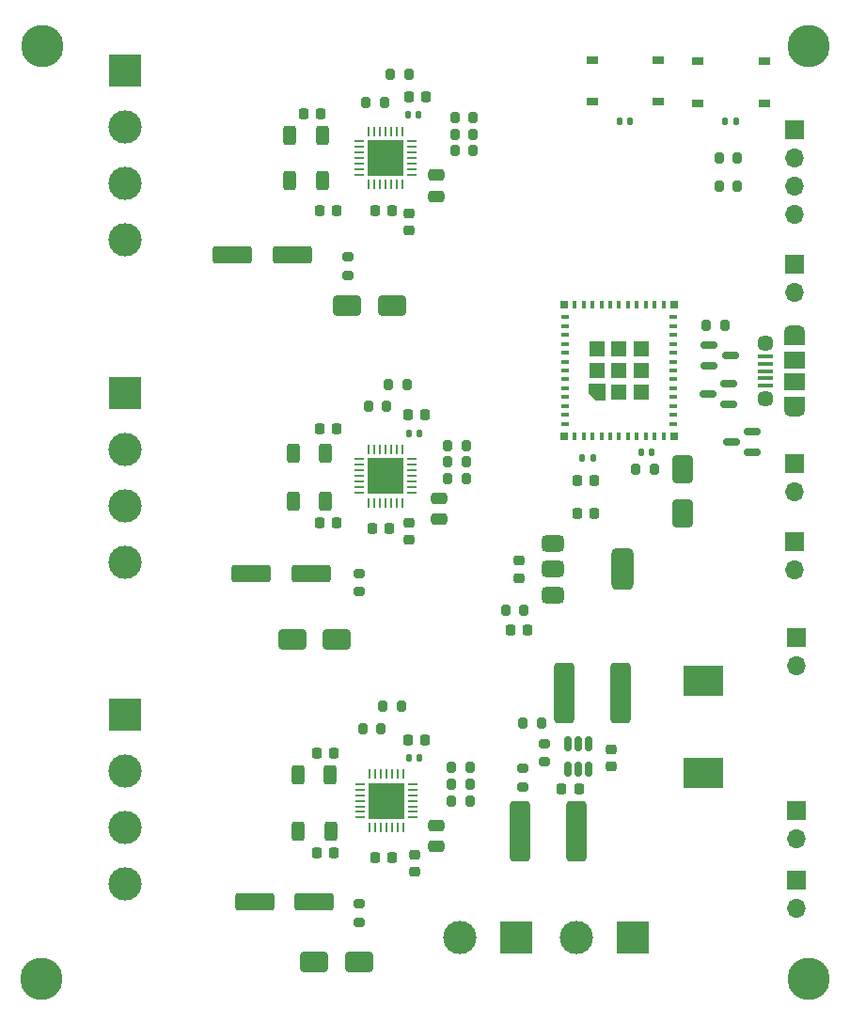
<source format=gbr>
%TF.GenerationSoftware,KiCad,Pcbnew,9.0.0*%
%TF.CreationDate,2025-05-07T21:56:05-07:00*%
%TF.ProjectId,Motor_Controller_Board_v1,4d6f746f-725f-4436-9f6e-74726f6c6c65,v1*%
%TF.SameCoordinates,Original*%
%TF.FileFunction,Soldermask,Top*%
%TF.FilePolarity,Negative*%
%FSLAX46Y46*%
G04 Gerber Fmt 4.6, Leading zero omitted, Abs format (unit mm)*
G04 Created by KiCad (PCBNEW 9.0.0) date 2025-05-07 21:56:05*
%MOMM*%
%LPD*%
G01*
G04 APERTURE LIST*
G04 Aperture macros list*
%AMRoundRect*
0 Rectangle with rounded corners*
0 $1 Rounding radius*
0 $2 $3 $4 $5 $6 $7 $8 $9 X,Y pos of 4 corners*
0 Add a 4 corners polygon primitive as box body*
4,1,4,$2,$3,$4,$5,$6,$7,$8,$9,$2,$3,0*
0 Add four circle primitives for the rounded corners*
1,1,$1+$1,$2,$3*
1,1,$1+$1,$4,$5*
1,1,$1+$1,$6,$7*
1,1,$1+$1,$8,$9*
0 Add four rect primitives between the rounded corners*
20,1,$1+$1,$2,$3,$4,$5,0*
20,1,$1+$1,$4,$5,$6,$7,0*
20,1,$1+$1,$6,$7,$8,$9,0*
20,1,$1+$1,$8,$9,$2,$3,0*%
%AMFreePoly0*
4,1,6,0.725000,-0.725000,-0.725000,-0.725000,-0.725000,0.125000,-0.125000,0.725000,0.725000,0.725000,0.725000,-0.725000,0.725000,-0.725000,$1*%
G04 Aperture macros list end*
%ADD10C,3.800000*%
%ADD11RoundRect,0.150000X0.587500X0.150000X-0.587500X0.150000X-0.587500X-0.150000X0.587500X-0.150000X0*%
%ADD12RoundRect,0.150000X-0.587500X-0.150000X0.587500X-0.150000X0.587500X0.150000X-0.587500X0.150000X0*%
%ADD13R,3.250000X3.250000*%
%ADD14RoundRect,0.062500X0.387500X-0.062500X0.387500X0.062500X-0.387500X0.062500X-0.387500X-0.062500X0*%
%ADD15RoundRect,0.062500X0.062500X-0.387500X0.062500X0.387500X-0.062500X0.387500X-0.062500X-0.387500X0*%
%ADD16R,1.700000X1.700000*%
%ADD17O,1.700000X1.700000*%
%ADD18R,1.000000X0.750000*%
%ADD19RoundRect,0.225000X-0.225000X-0.250000X0.225000X-0.250000X0.225000X0.250000X-0.225000X0.250000X0*%
%ADD20RoundRect,0.225000X0.225000X0.250000X-0.225000X0.250000X-0.225000X-0.250000X0.225000X-0.250000X0*%
%ADD21RoundRect,0.250000X1.500000X0.550000X-1.500000X0.550000X-1.500000X-0.550000X1.500000X-0.550000X0*%
%ADD22RoundRect,0.140000X0.140000X0.170000X-0.140000X0.170000X-0.140000X-0.170000X0.140000X-0.170000X0*%
%ADD23R,3.000000X3.000000*%
%ADD24C,3.000000*%
%ADD25RoundRect,0.250000X0.650000X-1.000000X0.650000X1.000000X-0.650000X1.000000X-0.650000X-1.000000X0*%
%ADD26RoundRect,0.225000X0.250000X-0.225000X0.250000X0.225000X-0.250000X0.225000X-0.250000X-0.225000X0*%
%ADD27RoundRect,0.200000X0.200000X0.275000X-0.200000X0.275000X-0.200000X-0.275000X0.200000X-0.275000X0*%
%ADD28RoundRect,0.200000X-0.275000X0.200000X-0.275000X-0.200000X0.275000X-0.200000X0.275000X0.200000X0*%
%ADD29RoundRect,0.200000X-0.200000X-0.275000X0.200000X-0.275000X0.200000X0.275000X-0.200000X0.275000X0*%
%ADD30RoundRect,0.250000X0.650000X2.450000X-0.650000X2.450000X-0.650000X-2.450000X0.650000X-2.450000X0*%
%ADD31RoundRect,0.218750X0.218750X0.256250X-0.218750X0.256250X-0.218750X-0.256250X0.218750X-0.256250X0*%
%ADD32RoundRect,0.250000X0.312500X0.625000X-0.312500X0.625000X-0.312500X-0.625000X0.312500X-0.625000X0*%
%ADD33RoundRect,0.250000X-0.475000X0.250000X-0.475000X-0.250000X0.475000X-0.250000X0.475000X0.250000X0*%
%ADD34RoundRect,0.140000X-0.140000X-0.170000X0.140000X-0.170000X0.140000X0.170000X-0.140000X0.170000X0*%
%ADD35RoundRect,0.250000X1.000000X0.650000X-1.000000X0.650000X-1.000000X-0.650000X1.000000X-0.650000X0*%
%ADD36RoundRect,0.200000X0.275000X-0.200000X0.275000X0.200000X-0.275000X0.200000X-0.275000X-0.200000X0*%
%ADD37RoundRect,0.225000X-0.250000X0.225000X-0.250000X-0.225000X0.250000X-0.225000X0.250000X0.225000X0*%
%ADD38R,3.600000X2.700000*%
%ADD39R,1.350000X0.400000*%
%ADD40O,1.900000X1.200000*%
%ADD41R,1.900000X1.200000*%
%ADD42C,1.450000*%
%ADD43R,1.900000X1.500000*%
%ADD44RoundRect,0.375000X-0.625000X-0.375000X0.625000X-0.375000X0.625000X0.375000X-0.625000X0.375000X0*%
%ADD45RoundRect,0.500000X-0.500000X-1.400000X0.500000X-1.400000X0.500000X1.400000X-0.500000X1.400000X0*%
%ADD46RoundRect,0.150000X-0.150000X0.512500X-0.150000X-0.512500X0.150000X-0.512500X0.150000X0.512500X0*%
%ADD47R,0.400000X0.800000*%
%ADD48R,0.800000X0.400000*%
%ADD49FreePoly0,90.000000*%
%ADD50R,1.450000X1.450000*%
%ADD51R,0.700000X0.700000*%
%ADD52RoundRect,0.250000X-1.000000X-0.650000X1.000000X-0.650000X1.000000X0.650000X-1.000000X0.650000X0*%
G04 APERTURE END LIST*
D10*
%TO.C,H204*%
X116420000Y-154500000D03*
%TD*%
%TO.C,H203*%
X185500000Y-154500000D03*
%TD*%
%TO.C,H202*%
X185500000Y-70500000D03*
%TD*%
%TO.C,H201*%
X116500000Y-70500000D03*
%TD*%
D11*
%TO.C,D301*%
X176450000Y-101850000D03*
X178325000Y-100900000D03*
X178325000Y-102800000D03*
%TD*%
D12*
%TO.C,D302*%
X178450000Y-98400000D03*
X176575000Y-99350000D03*
X176575000Y-97450000D03*
%TD*%
D11*
%TO.C,D304*%
X178575000Y-106200000D03*
X180450000Y-105250000D03*
X180450000Y-107150000D03*
%TD*%
D13*
%TO.C,U401*%
X147400000Y-80620000D03*
D14*
X145000000Y-82120000D03*
X145000000Y-81620000D03*
X145000000Y-81120000D03*
X145000000Y-80620000D03*
X145000000Y-80120000D03*
X145000000Y-79620000D03*
X145000000Y-79120000D03*
D15*
X145900000Y-78220000D03*
X146400000Y-78220000D03*
X146900000Y-78220000D03*
X147400000Y-78220000D03*
X147900000Y-78220000D03*
X148400000Y-78220000D03*
X148900000Y-78220000D03*
D14*
X149800000Y-79120000D03*
X149800000Y-79620000D03*
X149800000Y-80120000D03*
X149800000Y-80620000D03*
X149800000Y-81120000D03*
X149800000Y-81620000D03*
X149800000Y-82120000D03*
D15*
X148900000Y-83020000D03*
X148400000Y-83020000D03*
X147900000Y-83020000D03*
X147400000Y-83020000D03*
X146900000Y-83020000D03*
X146400000Y-83020000D03*
X145900000Y-83020000D03*
%TD*%
D13*
%TO.C,U402*%
X147500000Y-138500000D03*
D14*
X145100000Y-140000000D03*
X145100000Y-139500000D03*
X145100000Y-139000000D03*
X145100000Y-138500000D03*
X145100000Y-138000000D03*
X145100000Y-137500000D03*
X145100000Y-137000000D03*
D15*
X146000000Y-136100000D03*
X146500000Y-136100000D03*
X147000000Y-136100000D03*
X147500000Y-136100000D03*
X148000000Y-136100000D03*
X148500000Y-136100000D03*
X149000000Y-136100000D03*
D14*
X149900000Y-137000000D03*
X149900000Y-137500000D03*
X149900000Y-138000000D03*
X149900000Y-138500000D03*
X149900000Y-139000000D03*
X149900000Y-139500000D03*
X149900000Y-140000000D03*
D15*
X149000000Y-140900000D03*
X148500000Y-140900000D03*
X148000000Y-140900000D03*
X147500000Y-140900000D03*
X147000000Y-140900000D03*
X146500000Y-140900000D03*
X146000000Y-140900000D03*
%TD*%
D13*
%TO.C,U403*%
X147400000Y-109250000D03*
D14*
X145000000Y-110750000D03*
X145000000Y-110250000D03*
X145000000Y-109750000D03*
X145000000Y-109250000D03*
X145000000Y-108750000D03*
X145000000Y-108250000D03*
X145000000Y-107750000D03*
D15*
X145900000Y-106850000D03*
X146400000Y-106850000D03*
X146900000Y-106850000D03*
X147400000Y-106850000D03*
X147900000Y-106850000D03*
X148400000Y-106850000D03*
X148900000Y-106850000D03*
D14*
X149800000Y-107750000D03*
X149800000Y-108250000D03*
X149800000Y-108750000D03*
X149800000Y-109250000D03*
X149800000Y-109750000D03*
X149800000Y-110250000D03*
X149800000Y-110750000D03*
D15*
X148900000Y-111650000D03*
X148400000Y-111650000D03*
X147900000Y-111650000D03*
X147400000Y-111650000D03*
X146900000Y-111650000D03*
X146400000Y-111650000D03*
X145900000Y-111650000D03*
%TD*%
D16*
%TO.C,J207*%
X184400000Y-145625000D03*
D17*
X184400000Y-148165000D03*
%TD*%
D16*
%TO.C,J206*%
X184400000Y-139400000D03*
D17*
X184400000Y-141940000D03*
%TD*%
D18*
%TO.C,SW301*%
X166000000Y-71800000D03*
X172000000Y-71800000D03*
X166000000Y-75550000D03*
X172000000Y-75550000D03*
%TD*%
D19*
%TO.C,C424*%
X146225000Y-114000000D03*
X147775000Y-114000000D03*
%TD*%
D20*
%TO.C,C206*%
X166225000Y-112650000D03*
X164675000Y-112650000D03*
%TD*%
D21*
%TO.C,C410*%
X139000000Y-89370000D03*
X133600000Y-89370000D03*
%TD*%
D22*
%TO.C,C403*%
X150480000Y-134650000D03*
X149520000Y-134650000D03*
%TD*%
D23*
%TO.C,J401*%
X124000000Y-72750000D03*
D24*
X124000000Y-77830000D03*
X124000000Y-82910000D03*
X124000000Y-87990000D03*
%TD*%
D25*
%TO.C,D303*%
X174200000Y-112650000D03*
X174200000Y-108650000D03*
%TD*%
D26*
%TO.C,C205*%
X159450000Y-118425000D03*
X159450000Y-116875000D03*
%TD*%
D27*
%TO.C,R402*%
X147325000Y-75620000D03*
X145675000Y-75620000D03*
%TD*%
D28*
%TO.C,R407*%
X145000000Y-147795000D03*
X145000000Y-149445000D03*
%TD*%
D19*
%TO.C,C412*%
X146450000Y-85370000D03*
X148000000Y-85370000D03*
%TD*%
D21*
%TO.C,C415*%
X141000000Y-147620000D03*
X135600000Y-147620000D03*
%TD*%
D27*
%TO.C,R404*%
X147000000Y-132000000D03*
X145350000Y-132000000D03*
%TD*%
D16*
%TO.C,J301*%
X184275000Y-78080000D03*
D17*
X184275000Y-80620000D03*
X184275000Y-83160000D03*
X184275000Y-85700000D03*
%TD*%
D22*
%TO.C,C417*%
X150480000Y-105400000D03*
X149520000Y-105400000D03*
%TD*%
D27*
%TO.C,R411*%
X155325000Y-79980000D03*
X153675000Y-79980000D03*
%TD*%
D23*
%TO.C,J403*%
X124000000Y-101750000D03*
D24*
X124000000Y-106830000D03*
X124000000Y-111910000D03*
X124000000Y-116990000D03*
%TD*%
D16*
%TO.C,J304*%
X184275000Y-108120000D03*
D17*
X184275000Y-110660000D03*
%TD*%
D22*
%TO.C,C401*%
X150400000Y-76700000D03*
X149440000Y-76700000D03*
%TD*%
D29*
%TO.C,R203*%
X159775000Y-131500000D03*
X161425000Y-131500000D03*
%TD*%
%TO.C,R201*%
X158210000Y-121300000D03*
X159860000Y-121300000D03*
%TD*%
D27*
%TO.C,R418*%
X147500000Y-103000000D03*
X145850000Y-103000000D03*
%TD*%
D30*
%TO.C,C204*%
X168600000Y-128800000D03*
X163500000Y-128800000D03*
%TD*%
D31*
%TO.C,D201*%
X160237500Y-123150000D03*
X158662500Y-123150000D03*
%TD*%
D27*
%TO.C,R403*%
X148825000Y-130000000D03*
X147175000Y-130000000D03*
%TD*%
D29*
%TO.C,R302*%
X177450000Y-80650000D03*
X179100000Y-80650000D03*
%TD*%
D32*
%TO.C,R422*%
X142000000Y-111500000D03*
X139075000Y-111500000D03*
%TD*%
D16*
%TO.C,J305*%
X184275000Y-115120000D03*
D17*
X184275000Y-117660000D03*
%TD*%
D33*
%TO.C,C411*%
X152000000Y-140720000D03*
X152000000Y-142620000D03*
%TD*%
D34*
%TO.C,C304*%
X170450000Y-107150000D03*
X171410000Y-107150000D03*
%TD*%
D16*
%TO.C,J303*%
X184275000Y-90160000D03*
D17*
X184275000Y-92700000D03*
%TD*%
D32*
%TO.C,R421*%
X142000000Y-107210000D03*
X139075000Y-107210000D03*
%TD*%
D34*
%TO.C,C301*%
X165145000Y-107640000D03*
X166105000Y-107640000D03*
%TD*%
D30*
%TO.C,C202*%
X164600000Y-141200000D03*
X159500000Y-141200000D03*
%TD*%
D35*
%TO.C,D403*%
X143000000Y-124000000D03*
X139000000Y-124000000D03*
%TD*%
D19*
%TO.C,C421*%
X141450000Y-113500000D03*
X143000000Y-113500000D03*
%TD*%
D33*
%TO.C,C407*%
X152000000Y-82170000D03*
X152000000Y-84070000D03*
%TD*%
D32*
%TO.C,R409*%
X141712500Y-78620000D03*
X138787500Y-78620000D03*
%TD*%
D36*
%TO.C,R202*%
X159750000Y-137250000D03*
X159750000Y-135600000D03*
%TD*%
D29*
%TO.C,R401*%
X147865000Y-73090000D03*
X149515000Y-73090000D03*
%TD*%
%TO.C,R303*%
X177450000Y-83160000D03*
X179100000Y-83160000D03*
%TD*%
D37*
%TO.C,C406*%
X150000000Y-143325000D03*
X150000000Y-144875000D03*
%TD*%
D23*
%TO.C,J203*%
X159140000Y-150800000D03*
D24*
X154060000Y-150800000D03*
%TD*%
D38*
%TO.C,L201*%
X176050000Y-135950000D03*
X176050000Y-127650000D03*
%TD*%
D39*
%TO.C,J302*%
X181575000Y-101100000D03*
X181575000Y-100450000D03*
X181575000Y-99800000D03*
X181575000Y-99150000D03*
X181575000Y-98500000D03*
D40*
X184275000Y-103300000D03*
D41*
X184275000Y-102700000D03*
D42*
X181575000Y-102300000D03*
D43*
X184275000Y-100800000D03*
X184275000Y-98800000D03*
D42*
X181575000Y-97300000D03*
D41*
X184275000Y-96900000D03*
D40*
X184275000Y-96300000D03*
%TD*%
D37*
%TO.C,C419*%
X149500000Y-113450000D03*
X149500000Y-115000000D03*
%TD*%
D35*
%TO.C,D402*%
X145000000Y-153000000D03*
X141000000Y-153000000D03*
%TD*%
D19*
%TO.C,C409*%
X140005000Y-76680000D03*
X141555000Y-76680000D03*
%TD*%
D27*
%TO.C,R424*%
X154650000Y-106500000D03*
X153000000Y-106500000D03*
%TD*%
D19*
%TO.C,C422*%
X141450000Y-105000000D03*
X143000000Y-105000000D03*
%TD*%
D27*
%TO.C,R423*%
X154650000Y-109500000D03*
X153000000Y-109500000D03*
%TD*%
D44*
%TO.C,U202*%
X162450000Y-115350000D03*
X162450000Y-117650000D03*
D45*
X168750000Y-117650000D03*
D44*
X162450000Y-119950000D03*
%TD*%
D46*
%TO.C,U201*%
X165700000Y-133375000D03*
X164750000Y-133375000D03*
X163800000Y-133375000D03*
X163800000Y-135650000D03*
X164750000Y-135650000D03*
X165700000Y-135650000D03*
%TD*%
D34*
%TO.C,C305*%
X178000000Y-77300000D03*
X178960000Y-77300000D03*
%TD*%
D29*
%TO.C,R417*%
X147675000Y-101000000D03*
X149325000Y-101000000D03*
%TD*%
D23*
%TO.C,J402*%
X124000000Y-130760000D03*
D24*
X124000000Y-135840000D03*
X124000000Y-140920000D03*
X124000000Y-146000000D03*
%TD*%
D19*
%TO.C,C408*%
X141450000Y-85370000D03*
X143000000Y-85370000D03*
%TD*%
%TO.C,C416*%
X146450000Y-143620000D03*
X148000000Y-143620000D03*
%TD*%
D32*
%TO.C,R412*%
X142437500Y-136200000D03*
X139512500Y-136200000D03*
%TD*%
D27*
%TO.C,R304*%
X177950000Y-95650000D03*
X176300000Y-95650000D03*
%TD*%
D26*
%TO.C,C201*%
X167700000Y-135425000D03*
X167700000Y-133875000D03*
%TD*%
D47*
%TO.C,U301*%
X164450000Y-105650000D03*
X165250000Y-105650000D03*
X166050000Y-105650000D03*
X166850000Y-105650000D03*
X167650000Y-105650000D03*
X168450000Y-105650000D03*
X169250000Y-105650000D03*
X170050000Y-105650000D03*
X170850000Y-105650000D03*
X171650000Y-105650000D03*
X172450000Y-105650000D03*
D48*
X173350000Y-104550000D03*
X173350000Y-103750000D03*
X173350000Y-102950000D03*
X173350000Y-102150000D03*
X173350000Y-101350000D03*
X173350000Y-100550000D03*
X173350000Y-99750000D03*
X173350000Y-98950000D03*
X173350000Y-98150000D03*
X173350000Y-97350000D03*
X173350000Y-96550000D03*
X173350000Y-95750000D03*
X173350000Y-94950000D03*
D47*
X172450000Y-93850000D03*
X171650000Y-93850000D03*
X170850000Y-93850000D03*
X170050000Y-93850000D03*
X169250000Y-93850000D03*
X168450000Y-93850000D03*
X167650000Y-93850000D03*
X166850000Y-93850000D03*
X166050000Y-93850000D03*
X165250000Y-93850000D03*
X164450000Y-93850000D03*
D48*
X163550000Y-94950000D03*
X163550000Y-95750000D03*
X163550000Y-96550000D03*
X163550000Y-97350000D03*
X163550000Y-98150000D03*
X163550000Y-98950000D03*
X163550000Y-99750000D03*
X163550000Y-100550000D03*
X163550000Y-101350000D03*
X163550000Y-102150000D03*
X163550000Y-102950000D03*
X163550000Y-103750000D03*
X163550000Y-104550000D03*
D49*
X166475000Y-101725000D03*
D50*
X168450000Y-101725000D03*
X170425000Y-101725000D03*
X166475000Y-99750000D03*
X168450000Y-99750000D03*
X170425000Y-99750000D03*
X166475000Y-97775000D03*
X168450000Y-97775000D03*
X170425000Y-97775000D03*
D51*
X163500000Y-93800000D03*
X173400000Y-93800000D03*
X173400000Y-105700000D03*
X163500000Y-105700000D03*
%TD*%
D20*
%TO.C,C302*%
X166225000Y-109650000D03*
X164675000Y-109650000D03*
%TD*%
D34*
%TO.C,C303*%
X168500000Y-77300000D03*
X169460000Y-77300000D03*
%TD*%
D36*
%TO.C,R204*%
X161700000Y-134975000D03*
X161700000Y-133325000D03*
%TD*%
D27*
%TO.C,R301*%
X171600000Y-108650000D03*
X169950000Y-108650000D03*
%TD*%
%TO.C,R416*%
X155000000Y-135500000D03*
X153350000Y-135500000D03*
%TD*%
D32*
%TO.C,R410*%
X141712500Y-82620000D03*
X138787500Y-82620000D03*
%TD*%
D23*
%TO.C,J201*%
X169700000Y-150800000D03*
D24*
X164620000Y-150800000D03*
%TD*%
D18*
%TO.C,SW302*%
X175500000Y-71925000D03*
X181500000Y-71925000D03*
X175500000Y-75675000D03*
X181500000Y-75675000D03*
%TD*%
D19*
%TO.C,C404*%
X149450000Y-133000000D03*
X151000000Y-133000000D03*
%TD*%
D27*
%TO.C,R413*%
X155325000Y-77000000D03*
X153675000Y-77000000D03*
%TD*%
D28*
%TO.C,R419*%
X145000000Y-118000000D03*
X145000000Y-119650000D03*
%TD*%
D19*
%TO.C,C414*%
X141200000Y-134200000D03*
X142750000Y-134200000D03*
%TD*%
D27*
%TO.C,R420*%
X154650000Y-108000000D03*
X153000000Y-108000000D03*
%TD*%
D19*
%TO.C,C203*%
X163275000Y-137400000D03*
X164825000Y-137400000D03*
%TD*%
%TO.C,C402*%
X149500000Y-75120000D03*
X151050000Y-75120000D03*
%TD*%
D27*
%TO.C,R408*%
X155000000Y-137000000D03*
X153350000Y-137000000D03*
%TD*%
D52*
%TO.C,D401*%
X143975000Y-93950000D03*
X147975000Y-93950000D03*
%TD*%
D32*
%TO.C,R414*%
X142462500Y-141200000D03*
X139537500Y-141200000D03*
%TD*%
D27*
%TO.C,R415*%
X155000000Y-138500000D03*
X153350000Y-138500000D03*
%TD*%
D16*
%TO.C,J202*%
X184450000Y-123800000D03*
D17*
X184450000Y-126340000D03*
%TD*%
D37*
%TO.C,C405*%
X149500000Y-85620000D03*
X149500000Y-87170000D03*
%TD*%
D19*
%TO.C,C418*%
X149450000Y-103750000D03*
X151000000Y-103750000D03*
%TD*%
D21*
%TO.C,C423*%
X140700000Y-118000000D03*
X135300000Y-118000000D03*
%TD*%
D19*
%TO.C,C413*%
X141225000Y-143200000D03*
X142775000Y-143200000D03*
%TD*%
D28*
%TO.C,R405*%
X144000000Y-89545000D03*
X144000000Y-91195000D03*
%TD*%
D27*
%TO.C,R406*%
X155325000Y-78500000D03*
X153675000Y-78500000D03*
%TD*%
D33*
%TO.C,C420*%
X152250000Y-111250000D03*
X152250000Y-113150000D03*
%TD*%
M02*

</source>
